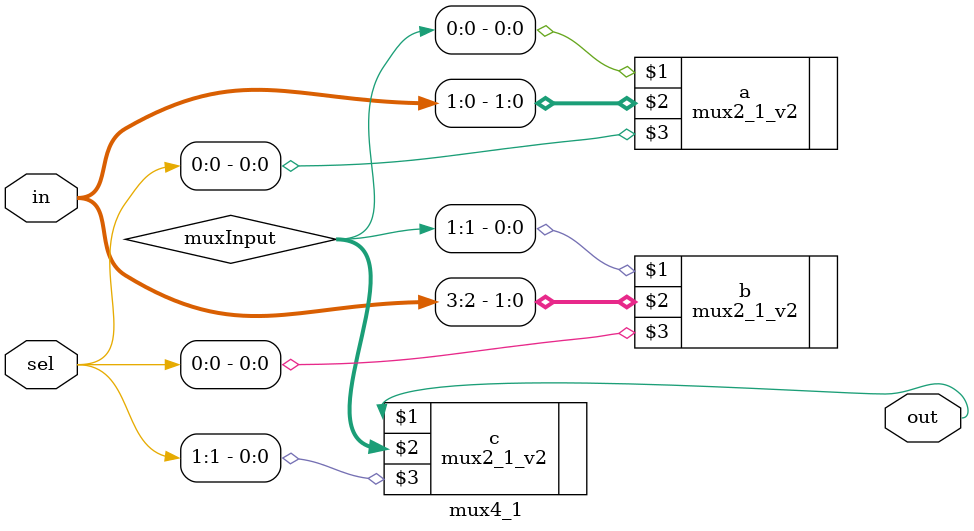
<source format=sv>
`timescale 1ns/1ps

module mux4_1 (out, in, sel);
	output out;
	input [3:0] in;
	input [1:0] sel;

	logic [1:0] muxInput;
	
	mux2_1_v2 a (muxInput[0], in[1:0], sel[0]);
	mux2_1_v2 b (muxInput[1], in[3:2], sel[0]); 
	mux2_1_v2 c (out, muxInput, sel[1]);

endmodule

</source>
